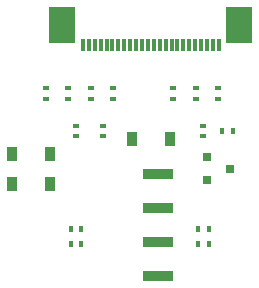
<source format=gtp>
G04 #@! TF.FileFunction,Paste,Top*
%FSLAX46Y46*%
G04 Gerber Fmt 4.6, Leading zero omitted, Abs format (unit mm)*
G04 Created by KiCad (PCBNEW 4.0.2+e4-6225~38~ubuntu16.04.1-stable) date Mon 15 Aug 2016 02:58:27 PM PDT*
%MOMM*%
G01*
G04 APERTURE LIST*
%ADD10C,0.150000*%
%ADD11R,0.600000X0.400000*%
%ADD12R,0.400000X0.600000*%
%ADD13R,0.910000X1.220000*%
%ADD14R,2.500000X0.900000*%
%ADD15R,0.800100X0.800100*%
%ADD16R,0.300000X1.100000*%
%ADD17R,2.300000X3.100000*%
G04 APERTURE END LIST*
D10*
D11*
X117856000Y-62415000D03*
X117856000Y-63315000D03*
D12*
X125915000Y-72390000D03*
X126815000Y-72390000D03*
X125915000Y-71120000D03*
X126815000Y-71120000D03*
D11*
X123825000Y-60140000D03*
X123825000Y-59240000D03*
X125730000Y-59240000D03*
X125730000Y-60140000D03*
X118745000Y-59240000D03*
X118745000Y-60140000D03*
X115570000Y-62415000D03*
X115570000Y-63315000D03*
X126365000Y-63315000D03*
X126365000Y-62415000D03*
X116840000Y-59240000D03*
X116840000Y-60140000D03*
X114935000Y-59240000D03*
X114935000Y-60140000D03*
X113030000Y-59240000D03*
X113030000Y-60140000D03*
D13*
X113395000Y-67310000D03*
X110125000Y-67310000D03*
X120285000Y-63500000D03*
X123555000Y-63500000D03*
X110125000Y-64770000D03*
X113395000Y-64770000D03*
D14*
X122555000Y-72210000D03*
X122555000Y-75110000D03*
X122555000Y-69395000D03*
X122555000Y-66495000D03*
D15*
X126634240Y-65090000D03*
X126634240Y-66990000D03*
X128633220Y-66040000D03*
D12*
X128847000Y-62865000D03*
X127947000Y-62865000D03*
D11*
X127635000Y-59240000D03*
X127635000Y-60140000D03*
D12*
X116020000Y-72390000D03*
X115120000Y-72390000D03*
X116020000Y-71120000D03*
X115120000Y-71120000D03*
D16*
X127670000Y-55565000D03*
X127170000Y-55565000D03*
X126670000Y-55565000D03*
X126170000Y-55565000D03*
X125670000Y-55565000D03*
X125170000Y-55565000D03*
X124670000Y-55565000D03*
X124170000Y-55565000D03*
X123670000Y-55565000D03*
X123170000Y-55565000D03*
X122670000Y-55565000D03*
X122170000Y-55565000D03*
X121670000Y-55565000D03*
X121170000Y-55565000D03*
X120670000Y-55565000D03*
X120170000Y-55565000D03*
X119670000Y-55565000D03*
X119170000Y-55565000D03*
X118670000Y-55565000D03*
X118170000Y-55565000D03*
X117670000Y-55565000D03*
X117170000Y-55565000D03*
X116670000Y-55565000D03*
X116170000Y-55565000D03*
D17*
X129420000Y-53840000D03*
X114420000Y-53840000D03*
M02*

</source>
